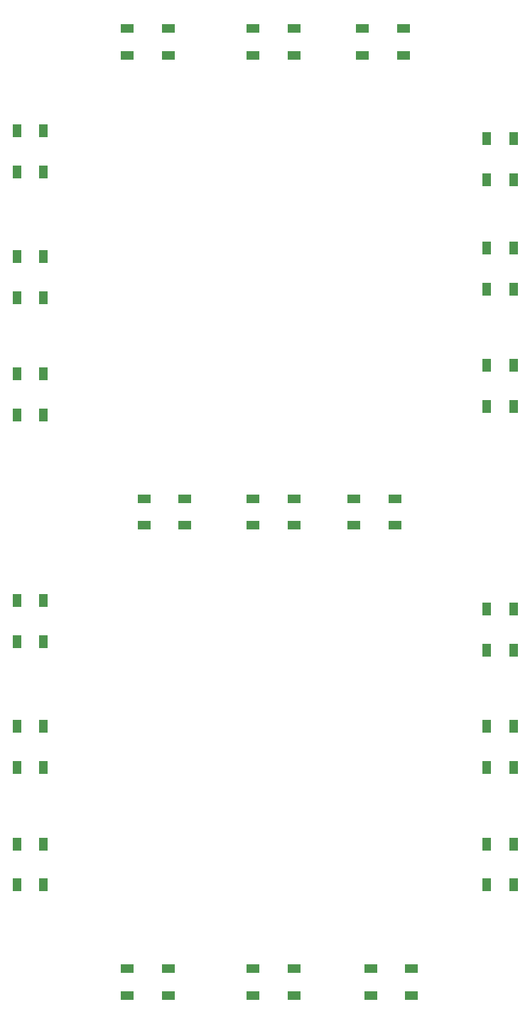
<source format=gtp>
G04 #@! TF.GenerationSoftware,KiCad,Pcbnew,6.0.2+dfsg-1*
G04 #@! TF.CreationDate,2022-10-20T18:04:05-07:00*
G04 #@! TF.ProjectId,digit,64696769-742e-46b6-9963-61645f706362,rev?*
G04 #@! TF.SameCoordinates,Original*
G04 #@! TF.FileFunction,Paste,Top*
G04 #@! TF.FilePolarity,Positive*
%FSLAX46Y46*%
G04 Gerber Fmt 4.6, Leading zero omitted, Abs format (unit mm)*
G04 Created by KiCad (PCBNEW 6.0.2+dfsg-1) date 2022-10-20 18:04:05*
%MOMM*%
%LPD*%
G01*
G04 APERTURE LIST*
%ADD10R,1.000000X1.500000*%
%ADD11R,1.500000X1.000000*%
G04 APERTURE END LIST*
D10*
X76600000Y-131550000D03*
X73400000Y-131550000D03*
X73400000Y-136450000D03*
X76600000Y-136450000D03*
X129400000Y-122450000D03*
X132600000Y-122450000D03*
X132600000Y-117550000D03*
X129400000Y-117550000D03*
X76600000Y-75550000D03*
X73400000Y-75550000D03*
X73400000Y-80450000D03*
X76600000Y-80450000D03*
X129400000Y-66450000D03*
X132600000Y-66450000D03*
X132600000Y-61550000D03*
X129400000Y-61550000D03*
X76600000Y-60550000D03*
X73400000Y-60550000D03*
X73400000Y-65450000D03*
X76600000Y-65450000D03*
X76600000Y-145550000D03*
X73400000Y-145550000D03*
X73400000Y-150450000D03*
X76600000Y-150450000D03*
D11*
X91450000Y-51600000D03*
X91450000Y-48400000D03*
X86550000Y-48400000D03*
X86550000Y-51600000D03*
X119450000Y-51600000D03*
X119450000Y-48400000D03*
X114550000Y-48400000D03*
X114550000Y-51600000D03*
D10*
X129400000Y-79450000D03*
X132600000Y-79450000D03*
X132600000Y-74550000D03*
X129400000Y-74550000D03*
D11*
X106450000Y-51600000D03*
X106450000Y-48400000D03*
X101550000Y-48400000D03*
X101550000Y-51600000D03*
X118450000Y-107600000D03*
X118450000Y-104400000D03*
X113550000Y-104400000D03*
X113550000Y-107600000D03*
D10*
X129400000Y-93450000D03*
X132600000Y-93450000D03*
X132600000Y-88550000D03*
X129400000Y-88550000D03*
D11*
X101550000Y-160400000D03*
X101550000Y-163600000D03*
X106450000Y-163600000D03*
X106450000Y-160400000D03*
D10*
X76600000Y-116550000D03*
X73400000Y-116550000D03*
X73400000Y-121450000D03*
X76600000Y-121450000D03*
D11*
X93450000Y-107600000D03*
X93450000Y-104400000D03*
X88550000Y-104400000D03*
X88550000Y-107600000D03*
D10*
X129400000Y-136450000D03*
X132600000Y-136450000D03*
X132600000Y-131550000D03*
X129400000Y-131550000D03*
D11*
X115550000Y-160400000D03*
X115550000Y-163600000D03*
X120450000Y-163600000D03*
X120450000Y-160400000D03*
D10*
X129400000Y-150450000D03*
X132600000Y-150450000D03*
X132600000Y-145550000D03*
X129400000Y-145550000D03*
D11*
X86550000Y-160400000D03*
X86550000Y-163600000D03*
X91450000Y-163600000D03*
X91450000Y-160400000D03*
D10*
X76600000Y-89550000D03*
X73400000Y-89550000D03*
X73400000Y-94450000D03*
X76600000Y-94450000D03*
D11*
X106450000Y-107600000D03*
X106450000Y-104400000D03*
X101550000Y-104400000D03*
X101550000Y-107600000D03*
M02*

</source>
